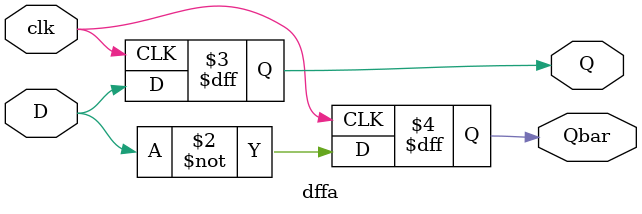
<source format=v>
module top_module (
    input clk,
    input x,
    output z
); 
    reg [2:0] dout;
    
    dffa dff0(dout[0]^x,clk,dout[0],~dout[0]);
    dffa dff1(~dout[1]&x,clk,dout[1],~dout[1]);
    dffa dff2(~dout[2]|x,clk,dout[2],~dout[2]);
    assign z= ~|dout;
    
endmodule

module dffa(input D,clk ,output Q,Qbar);
    always@(posedge clk)begin
    	Q <= D;
    	Qbar <= ~D;
    end
endmodule

</source>
